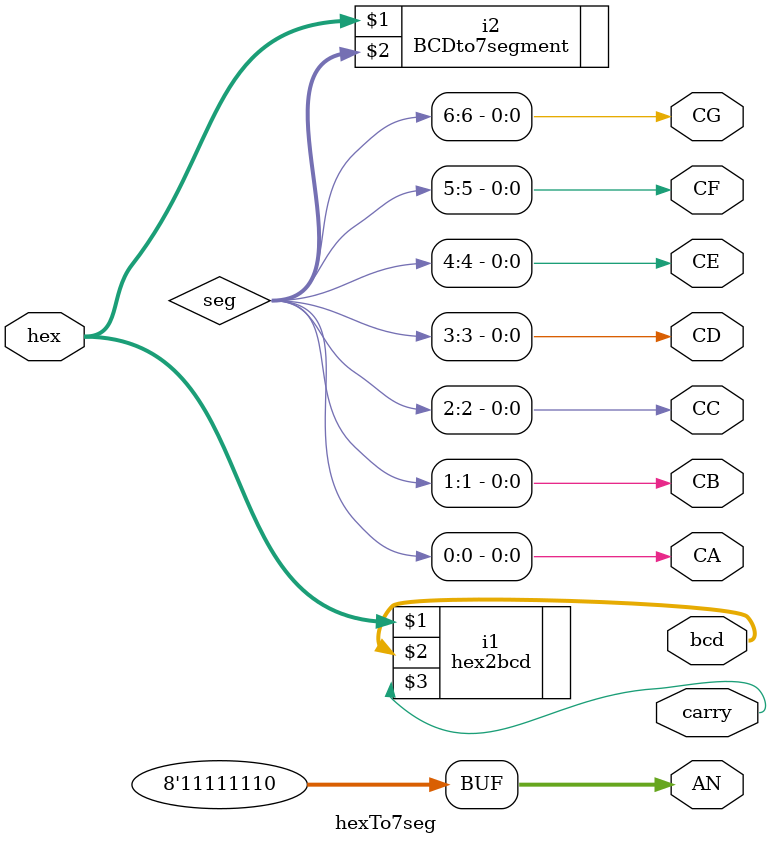
<source format=v>

module hexTo7seg(
    input [3:0] hex,
    output [3:0] bcd,
    output carry,
    output [7:0] AN,
    output CA,
    output CB,
    output CC,
    output CD,
    output CE,
    output CF,
    output CG
    );
    
    // exercise the two modules
    wire [6:0] seg;
    hex2bcd i1(hex,bcd,carry);
    BCDto7segment i2(hex,seg);
    
    //now translate seg into the default cathod a, cathod b, language of the XDC file
    assign CA = seg[0];
    assign CB = seg[1];
    assign CC = seg[2];
    assign CD = seg[3];
    assign CE = seg[4];
    assign CF = seg[5];
    assign CG = seg[6]; 
    
    //turn 7 out of the 8 displays off, only the right most one is on
    assign AN[7]=1;
    assign AN[6]=1;
    assign AN[5]=1;
    assign AN[4]=1;
    assign AN[3]=1;
    assign AN[2]=1;
    assign AN[1]=1;
    assign AN[0]=0;
       
endmodule

</source>
